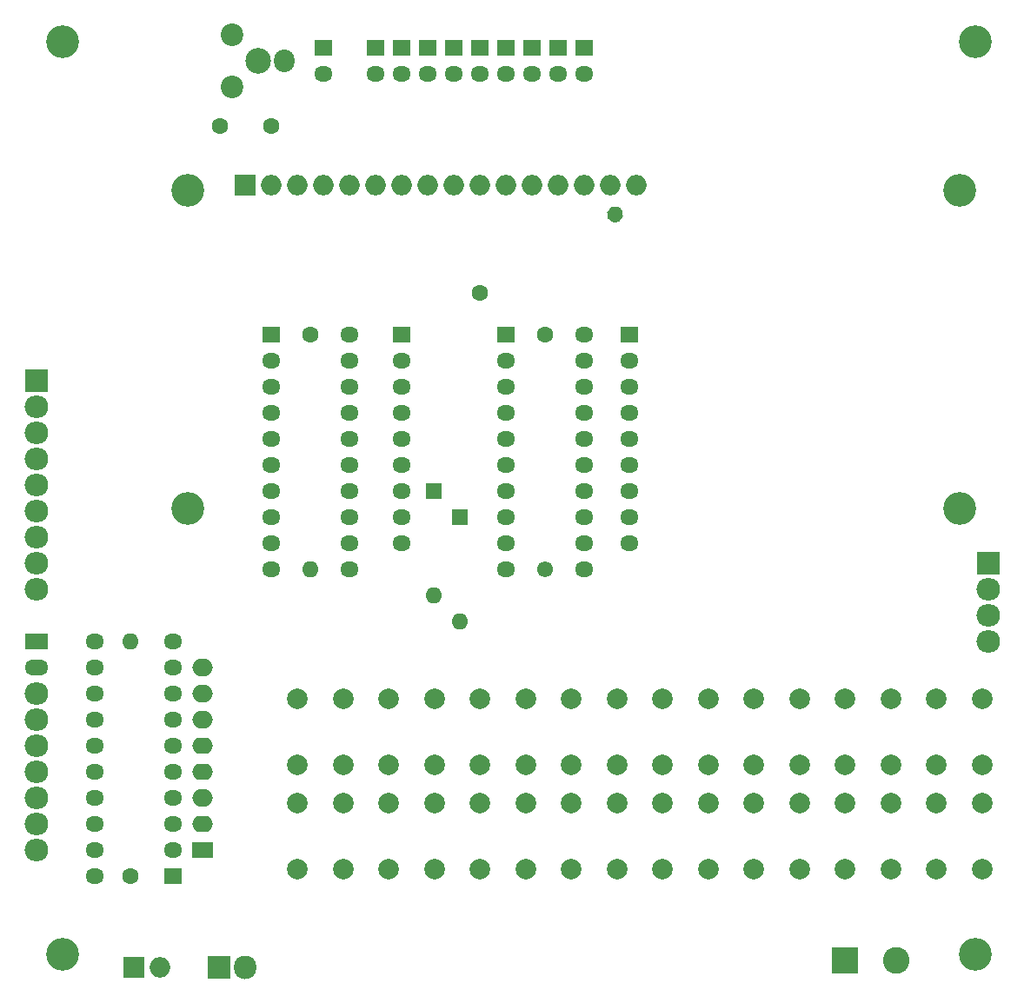
<source format=gbr>
%TF.GenerationSoftware,KiCad,Pcbnew,(5.1.8)-1*%
%TF.CreationDate,2024-07-27T02:38:29+03:00*%
%TF.ProjectId,Ports,506f7274-732e-46b6-9963-61645f706362,rev?*%
%TF.SameCoordinates,Original*%
%TF.FileFunction,Soldermask,Top*%
%TF.FilePolarity,Negative*%
%FSLAX46Y46*%
G04 Gerber Fmt 4.6, Leading zero omitted, Abs format (unit mm)*
G04 Created by KiCad (PCBNEW (5.1.8)-1) date 2024-07-27 02:38:29*
%MOMM*%
%LPD*%
G01*
G04 APERTURE LIST*
%ADD10O,1.600000X1.600000*%
%ADD11R,1.600000X1.600000*%
%ADD12O,2.300000X2.200000*%
%ADD13R,2.300000X2.200000*%
%ADD14O,2.200000X2.300000*%
%ADD15R,2.200000X2.300000*%
%ADD16O,2.300000X1.500000*%
%ADD17R,2.300000X1.500000*%
%ADD18C,1.600000*%
%ADD19O,1.600000X1.500000*%
%ADD20O,2.000000X2.000000*%
%ADD21R,2.000000X2.000000*%
%ADD22C,2.000000*%
%ADD23O,1.800000X1.500000*%
%ADD24R,1.800000X1.500000*%
%ADD25C,3.200000*%
%ADD26R,2.600000X2.600000*%
%ADD27C,2.600000*%
%ADD28O,2.000000X2.200000*%
%ADD29C,2.200000*%
%ADD30C,2.500000*%
%ADD31R,2.000000X1.600000*%
%ADD32O,2.000000X1.600000*%
%ADD33O,2.000000X1.700000*%
G04 APERTURE END LIST*
D10*
%TO.C,D28*%
X86995000Y-79375000D03*
D11*
X86995000Y-69215000D03*
%TD*%
D10*
%TO.C,D27*%
X84455000Y-76835000D03*
D11*
X84455000Y-66675000D03*
%TD*%
D12*
%TO.C,J1*%
X45720000Y-76200000D03*
X45720000Y-73660000D03*
X45720000Y-71120000D03*
X45720000Y-68580000D03*
X45720000Y-66040000D03*
X45720000Y-63500000D03*
X45720000Y-60960000D03*
X45720000Y-58420000D03*
D13*
X45720000Y-55880000D03*
%TD*%
D14*
%TO.C,J7*%
X66040000Y-113030000D03*
D15*
X63500000Y-113030000D03*
%TD*%
D12*
%TO.C,J6*%
X45720000Y-101600000D03*
X45720000Y-99060000D03*
X45720000Y-96520000D03*
X45720000Y-93980000D03*
X45720000Y-91440000D03*
X45720000Y-88900000D03*
X45720000Y-86360000D03*
D16*
X45720000Y-83820000D03*
D17*
X45720000Y-81280000D03*
%TD*%
D12*
%TO.C,J5*%
X138430000Y-81280000D03*
X138430000Y-78740000D03*
X138430000Y-76200000D03*
D13*
X138430000Y-73660000D03*
%TD*%
D18*
%TO.C,C4*%
X63580000Y-31115000D03*
X68580000Y-31115000D03*
%TD*%
D10*
%TO.C,C3*%
X54927500Y-81280000D03*
D18*
X54927500Y-104140000D03*
%TD*%
D10*
%TO.C,C2*%
X72390000Y-74295000D03*
D18*
X72390000Y-51435000D03*
%TD*%
D19*
%TO.C,C1*%
X95250000Y-74295000D03*
D18*
X95250000Y-51435000D03*
%TD*%
D20*
%TO.C,J9*%
X57785000Y-113030000D03*
D21*
X55245000Y-113030000D03*
%TD*%
D22*
%TO.C,D26*%
X71120000Y-86845000D03*
X75620000Y-86845000D03*
X71120000Y-93345000D03*
X75620000Y-93345000D03*
%TD*%
%TO.C,D25*%
X71120000Y-97005000D03*
X75620000Y-97005000D03*
X71120000Y-103505000D03*
X75620000Y-103505000D03*
%TD*%
%TO.C,D24*%
X80010000Y-86845000D03*
X84510000Y-86845000D03*
X80010000Y-93345000D03*
X84510000Y-93345000D03*
%TD*%
%TO.C,D23*%
X80010000Y-97005000D03*
X84510000Y-97005000D03*
X80010000Y-103505000D03*
X84510000Y-103505000D03*
%TD*%
%TO.C,D22*%
X88900000Y-86845000D03*
X93400000Y-86845000D03*
X88900000Y-93345000D03*
X93400000Y-93345000D03*
%TD*%
%TO.C,D21*%
X88900000Y-97005000D03*
X93400000Y-97005000D03*
X88900000Y-103505000D03*
X93400000Y-103505000D03*
%TD*%
%TO.C,D20*%
X97790000Y-86845000D03*
X102290000Y-86845000D03*
X97790000Y-93345000D03*
X102290000Y-93345000D03*
%TD*%
%TO.C,D19*%
X97790000Y-97005000D03*
X102290000Y-97005000D03*
X97790000Y-103505000D03*
X102290000Y-103505000D03*
%TD*%
%TO.C,D18*%
X106680000Y-86845000D03*
X111180000Y-86845000D03*
X106680000Y-93345000D03*
X111180000Y-93345000D03*
%TD*%
%TO.C,D17*%
X106680000Y-97005000D03*
X111180000Y-97005000D03*
X106680000Y-103505000D03*
X111180000Y-103505000D03*
%TD*%
%TO.C,D16*%
X115570000Y-86845000D03*
X120070000Y-86845000D03*
X115570000Y-93345000D03*
X120070000Y-93345000D03*
%TD*%
%TO.C,D15*%
X115570000Y-97005000D03*
X120070000Y-97005000D03*
X115570000Y-103505000D03*
X120070000Y-103505000D03*
%TD*%
%TO.C,D14*%
X124460000Y-86845000D03*
X128960000Y-86845000D03*
X124460000Y-93345000D03*
X128960000Y-93345000D03*
%TD*%
%TO.C,D13*%
X124460000Y-97005000D03*
X128960000Y-97005000D03*
X124460000Y-103505000D03*
X128960000Y-103505000D03*
%TD*%
%TO.C,D12*%
X133350000Y-86845000D03*
X137850000Y-86845000D03*
X133350000Y-93345000D03*
X137850000Y-93345000D03*
%TD*%
%TO.C,D11*%
X133350000Y-97005000D03*
X137850000Y-97005000D03*
X133350000Y-103505000D03*
X137850000Y-103505000D03*
%TD*%
D23*
%TO.C,U3*%
X51435000Y-104140000D03*
X59055000Y-81280000D03*
X51435000Y-101600000D03*
X59055000Y-83820000D03*
X51435000Y-99060000D03*
X59055000Y-86360000D03*
X51435000Y-96520000D03*
X59055000Y-88900000D03*
X51435000Y-93980000D03*
X59055000Y-91440000D03*
X51435000Y-91440000D03*
X59055000Y-93980000D03*
X51435000Y-88900000D03*
X59055000Y-96520000D03*
X51435000Y-86360000D03*
X59055000Y-99060000D03*
X51435000Y-83820000D03*
X59055000Y-101600000D03*
X51435000Y-81280000D03*
D24*
X59055000Y-104140000D03*
%TD*%
%TO.C,R1*%
G36*
G01*
X101405407Y-40087500D02*
X101405407Y-40087500D01*
G75*
G02*
X101698227Y-38994680I692820J400000D01*
G01*
X101698227Y-38994680D01*
G75*
G02*
X102791047Y-39287500I400000J-692820D01*
G01*
X102791047Y-39287500D01*
G75*
G02*
X102498227Y-40380320I-692820J-400000D01*
G01*
X102498227Y-40380320D01*
G75*
G02*
X101405407Y-40087500I-400000J692820D01*
G01*
G37*
D18*
X88900000Y-47307500D03*
%TD*%
D23*
%TO.C,D10*%
X99060000Y-26035000D03*
D24*
X99060000Y-23495000D03*
%TD*%
D23*
%TO.C,D9*%
X73660000Y-26035000D03*
D24*
X73660000Y-23495000D03*
%TD*%
D23*
%TO.C,D8*%
X96520000Y-26035000D03*
D24*
X96520000Y-23495000D03*
%TD*%
D23*
%TO.C,D7*%
X78740000Y-26035000D03*
D24*
X78740000Y-23495000D03*
%TD*%
D23*
%TO.C,D6*%
X93980000Y-26035000D03*
D24*
X93980000Y-23495000D03*
%TD*%
D23*
%TO.C,D5*%
X91440000Y-26035000D03*
D24*
X91440000Y-23495000D03*
%TD*%
D23*
%TO.C,D4*%
X88900000Y-26035000D03*
D24*
X88900000Y-23495000D03*
%TD*%
D23*
%TO.C,D3*%
X86360000Y-26035000D03*
D24*
X86360000Y-23495000D03*
%TD*%
D23*
%TO.C,D2*%
X83820000Y-26035000D03*
D24*
X83820000Y-23495000D03*
%TD*%
D23*
%TO.C,D1*%
X81280000Y-26035000D03*
D24*
X81280000Y-23495000D03*
%TD*%
D25*
%TO.C,H8*%
X135636000Y-68326000D03*
%TD*%
%TO.C,H7*%
X135636000Y-37338000D03*
%TD*%
%TO.C,H6*%
X60452000Y-68326000D03*
%TD*%
%TO.C,H5*%
X60452000Y-37338000D03*
%TD*%
%TO.C,H4*%
X137160000Y-111760000D03*
%TD*%
%TO.C,H3*%
X137160000Y-22860000D03*
%TD*%
%TO.C,H2*%
X48260000Y-111760000D03*
%TD*%
%TO.C,H1*%
X48260000Y-22860000D03*
%TD*%
D20*
%TO.C,DS1*%
X104140000Y-36830000D03*
X101600000Y-36830000D03*
X99060000Y-36830000D03*
X96520000Y-36830000D03*
X93980000Y-36830000D03*
X91440000Y-36830000D03*
X88900000Y-36830000D03*
X86360000Y-36830000D03*
X83820000Y-36830000D03*
X81280000Y-36830000D03*
X78740000Y-36830000D03*
X76200000Y-36830000D03*
X73660000Y-36830000D03*
X71120000Y-36830000D03*
X68580000Y-36830000D03*
D21*
X66040000Y-36830000D03*
%TD*%
D23*
%TO.C,J2*%
X81280000Y-71755000D03*
X81280000Y-69215000D03*
X81280000Y-66675000D03*
X81280000Y-64135000D03*
X81280000Y-61595000D03*
X81280000Y-59055000D03*
X81280000Y-56515000D03*
X81280000Y-53975000D03*
D24*
X81280000Y-51435000D03*
%TD*%
%TO.C,J3*%
X103505000Y-51435000D03*
D23*
X103505000Y-53975000D03*
X103505000Y-56515000D03*
X103505000Y-59055000D03*
X103505000Y-61595000D03*
X103505000Y-64135000D03*
X103505000Y-66675000D03*
X103505000Y-69215000D03*
X103505000Y-71755000D03*
%TD*%
D26*
%TO.C,J4*%
X124460000Y-112395000D03*
D27*
X129460000Y-112395000D03*
%TD*%
D28*
%TO.C,RV1*%
X69850000Y-24765000D03*
D29*
X64770000Y-22225000D03*
X64770000Y-27305000D03*
D30*
X67310000Y-24765000D03*
%TD*%
D24*
%TO.C,U1*%
X68580000Y-51435000D03*
D23*
X76200000Y-74295000D03*
X68580000Y-53975000D03*
X76200000Y-71755000D03*
X68580000Y-56515000D03*
X76200000Y-69215000D03*
X68580000Y-59055000D03*
X76200000Y-66675000D03*
X68580000Y-61595000D03*
X76200000Y-64135000D03*
X68580000Y-64135000D03*
X76200000Y-61595000D03*
X68580000Y-66675000D03*
X76200000Y-59055000D03*
X68580000Y-69215000D03*
X76200000Y-56515000D03*
X68580000Y-71755000D03*
X76200000Y-53975000D03*
X68580000Y-74295000D03*
X76200000Y-51435000D03*
%TD*%
%TO.C,U2*%
X99060000Y-51435000D03*
X91440000Y-74295000D03*
X99060000Y-53975000D03*
X91440000Y-71755000D03*
X99060000Y-56515000D03*
X91440000Y-69215000D03*
X99060000Y-59055000D03*
X91440000Y-66675000D03*
X99060000Y-61595000D03*
X91440000Y-64135000D03*
X99060000Y-64135000D03*
X91440000Y-61595000D03*
X99060000Y-66675000D03*
X91440000Y-59055000D03*
X99060000Y-69215000D03*
X91440000Y-56515000D03*
X99060000Y-71755000D03*
X91440000Y-53975000D03*
X99060000Y-74295000D03*
D24*
X91440000Y-51435000D03*
%TD*%
D31*
%TO.C,J8*%
X61912500Y-101600000D03*
D32*
X61912500Y-99060000D03*
D33*
X61912500Y-96520000D03*
D32*
X61912500Y-93980000D03*
X61912500Y-91440000D03*
D33*
X61912500Y-88900000D03*
X61912500Y-86360000D03*
X61912500Y-83820000D03*
%TD*%
M02*

</source>
